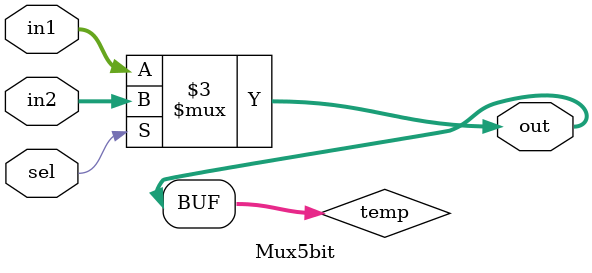
<source format=v>
/*
  MIPS SINGLE CYCLE CPU IMPLEMENTED BY :   
  ARDESHIR  ALIREZA 
  92213118  92213034
*/
module Mux5bit(    
    input [4:0] in1,
    input [4:0] in2,
    input sel,
    output [4:0] out
);	

// Write your code here. You can modify all of the codes

reg [4:0] temp;
  always @(*) begin
    if(sel)
      temp=in2;
    else
      temp=in1;
  end
  assign out=temp;

endmodule

</source>
